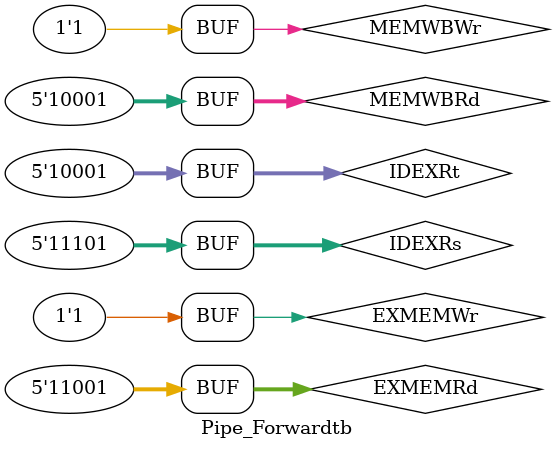
<source format=v>
module Pipe_Forwardtb;
  reg EXMEMWr,MEMWBWr;
  reg[4:0] EXMEMRd,MEMWBRd,IDEXRs,IDEXRt;
  wire[1:0] forwardA,forwardB;
Pipe_Forward forward(EXMEMWr,MEMWBWr,EXMEMRd,MEMWBRd,IDEXRs,IDEXRt,forwardA,forwardB);
initial begin
  EXMEMWr=1; MEMWBWr=1;
  EXMEMRd=5'b11001; MEMWBRd=5'b10001;
  IDEXRs=5'b10000; IDEXRt=5'b00001;
  #10 IDEXRs=5'b11001; IDEXRt=5'b00001;
  #10 IDEXRs=5'b11101; IDEXRt=5'b10001;
 end
endmodule
</source>
